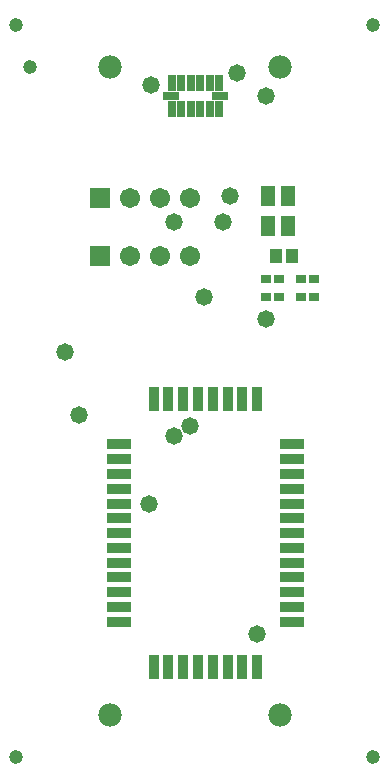
<source format=gbr>
%TF.GenerationSoftware,Altium Limited,Altium Designer,21.1.0 (24)*%
G04 Layer_Color=8388736*
%FSLAX45Y45*%
%MOMM*%
%TF.SameCoordinates,49BA872B-5DCF-458F-AF9B-1BC46ABFEFE7*%
%TF.FilePolarity,Negative*%
%TF.FileFunction,Soldermask,Top*%
%TF.Part,Single*%
G01*
G75*
%TA.AperFunction,WasherPad*%
%ADD25C,1.19320*%
%TA.AperFunction,ComponentPad*%
%ADD26C,1.98820*%
%ADD27C,1.19320*%
%ADD28C,1.70320*%
%ADD29R,1.70320X1.70320*%
%TA.AperFunction,ViaPad*%
%ADD30C,1.47320*%
%TA.AperFunction,SMDPad,CuDef*%
%ADD34R,0.90320X0.80320*%
%ADD35R,0.75320X1.34820*%
%ADD36R,1.34820X0.75320*%
%ADD37R,2.10320X0.90320*%
%ADD38R,0.90320X2.10320*%
%ADD39R,1.30320X1.77320*%
%ADD40R,0.98320X1.19320*%
D25*
X584200Y101600D02*
D03*
X3606800D02*
D03*
Y6299200D02*
D03*
X584200D02*
D03*
D26*
X1375835Y5943776D02*
D03*
X2817839D02*
D03*
Y457773D02*
D03*
X1375835D02*
D03*
D27*
X702837Y5943776D02*
D03*
D28*
X2057398Y4343398D02*
D03*
X1803398D02*
D03*
X1549398D02*
D03*
X2057404Y4838704D02*
D03*
X1803404D02*
D03*
X1549404D02*
D03*
D29*
X1295398Y4343398D02*
D03*
X1295404Y4838704D02*
D03*
D30*
X2695005Y3811741D02*
D03*
X1117600Y2997200D02*
D03*
X2331785Y4633863D02*
D03*
X2391231Y4855051D02*
D03*
X1916063Y4633863D02*
D03*
X1704013Y2249890D02*
D03*
X2454543Y5891163D02*
D03*
X994043Y3534043D02*
D03*
X2695005Y5700007D02*
D03*
X2622498Y1148668D02*
D03*
X2170063Y3998863D02*
D03*
X1916063Y2825383D02*
D03*
X2058303Y2904123D02*
D03*
X1720483Y5792103D02*
D03*
D34*
X2805002Y4149998D02*
D03*
X2695005D02*
D03*
X2995004D02*
D03*
X3105001D02*
D03*
Y3999996D02*
D03*
X2995004D02*
D03*
X2695005D02*
D03*
X2805002D02*
D03*
D35*
X2300004Y5809705D02*
D03*
X2220004D02*
D03*
X2140004D02*
D03*
X2060005D02*
D03*
X1980005D02*
D03*
X1900005D02*
D03*
Y5590305D02*
D03*
X1980005D02*
D03*
X2060005D02*
D03*
X2140004D02*
D03*
X2220004D02*
D03*
X2300004D02*
D03*
D36*
X1890206Y5700007D02*
D03*
X2309803D02*
D03*
D37*
X1449998Y2750001D02*
D03*
Y2625002D02*
D03*
Y2500004D02*
D03*
Y2375005D02*
D03*
Y2250002D02*
D03*
Y2125003D02*
D03*
Y2000005D02*
D03*
Y1875001D02*
D03*
Y1750003D02*
D03*
Y1625004D02*
D03*
Y1500001D02*
D03*
Y1375002D02*
D03*
Y1250004D02*
D03*
X2919998D02*
D03*
Y1375002D02*
D03*
Y1500001D02*
D03*
Y1625004D02*
D03*
Y1750003D02*
D03*
Y1875001D02*
D03*
Y2000005D02*
D03*
Y2125003D02*
D03*
Y2250002D02*
D03*
Y2375005D02*
D03*
Y2500004D02*
D03*
Y2625002D02*
D03*
Y2750001D02*
D03*
D38*
X1747498Y869105D02*
D03*
X1872502D02*
D03*
X1997500D02*
D03*
X2122499D02*
D03*
X2247502D02*
D03*
X2372501D02*
D03*
X2497499D02*
D03*
X2622498D02*
D03*
Y3139103D02*
D03*
X2497499D02*
D03*
X2372501D02*
D03*
X2247502D02*
D03*
X2122499D02*
D03*
X1997500D02*
D03*
X1872502D02*
D03*
X1747498D02*
D03*
D39*
X2880999Y4849996D02*
D03*
X2718997D02*
D03*
X2880999Y4599999D02*
D03*
X2718997D02*
D03*
D40*
X2920003Y4349992D02*
D03*
X2780003D02*
D03*
%TF.MD5,06b243ee5c114081b18d14b5a63e4b1a*%
M02*

</source>
